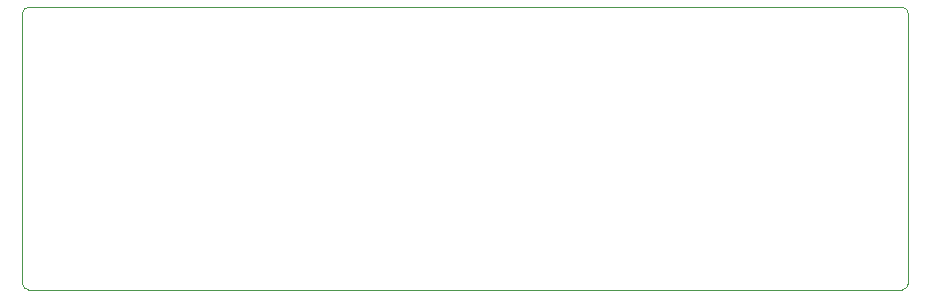
<source format=gbr>
%TF.GenerationSoftware,KiCad,Pcbnew,8.0.0*%
%TF.CreationDate,2024-03-28T15:17:03+02:00*%
%TF.ProjectId,EEE3088F_MHMZAM005_Sensing,45454533-3038-4384-965f-4d484d5a414d,rev?*%
%TF.SameCoordinates,Original*%
%TF.FileFunction,Profile,NP*%
%FSLAX46Y46*%
G04 Gerber Fmt 4.6, Leading zero omitted, Abs format (unit mm)*
G04 Created by KiCad (PCBNEW 8.0.0) date 2024-03-28 15:17:03*
%MOMM*%
%LPD*%
G01*
G04 APERTURE LIST*
%TA.AperFunction,Profile*%
%ADD10C,0.050000*%
%TD*%
G04 APERTURE END LIST*
D10*
X80800000Y-89500000D02*
X80800000Y-66600000D01*
X155300000Y-90000000D02*
X81300000Y-90000000D01*
X155800000Y-66600000D02*
X155800000Y-89500000D01*
X81300000Y-66100000D02*
X155300000Y-66100000D01*
X81300000Y-90000000D02*
G75*
G02*
X80800000Y-89500000I0J500000D01*
G01*
X155800000Y-89500000D02*
G75*
G02*
X155300000Y-90000000I-500000J0D01*
G01*
X80800000Y-66600000D02*
G75*
G02*
X81300000Y-66100000I500000J0D01*
G01*
X155300000Y-66100000D02*
G75*
G02*
X155800000Y-66600000I0J-500000D01*
G01*
M02*

</source>
